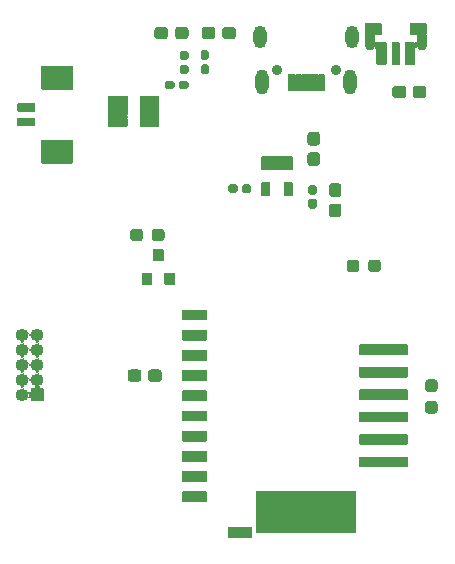
<source format=gbr>
G04 #@! TF.GenerationSoftware,KiCad,Pcbnew,(5.1.8-0-10_14)*
G04 #@! TF.CreationDate,2021-02-03T00:58:45+08:00*
G04 #@! TF.ProjectId,mops-out,6d6f7073-2d6f-4757-942e-6b696361645f,rev?*
G04 #@! TF.SameCoordinates,Original*
G04 #@! TF.FileFunction,Soldermask,Top*
G04 #@! TF.FilePolarity,Negative*
%FSLAX46Y46*%
G04 Gerber Fmt 4.6, Leading zero omitted, Abs format (unit mm)*
G04 Created by KiCad (PCBNEW (5.1.8-0-10_14)) date 2021-02-03 00:58:45*
%MOMM*%
%LPD*%
G01*
G04 APERTURE LIST*
%ADD10C,0.902000*%
%ADD11O,1.102000X1.902000*%
%ADD12O,1.102000X2.102000*%
%ADD13O,1.102000X1.102000*%
%ADD14O,0.864000X1.626000*%
%ADD15C,0.100000*%
G04 APERTURE END LIST*
D10*
X134900000Y-51000000D03*
X139900000Y-51000000D03*
D11*
X133525000Y-48250000D03*
X141275000Y-48250000D03*
D12*
X133675000Y-52050000D03*
X141125000Y-52050000D03*
G36*
G01*
X136376000Y-51450000D02*
X136376000Y-52750000D01*
G75*
G02*
X136325000Y-52801000I-51000J0D01*
G01*
X135875000Y-52801000D01*
G75*
G02*
X135824000Y-52750000I0J51000D01*
G01*
X135824000Y-51450000D01*
G75*
G02*
X135875000Y-51399000I51000J0D01*
G01*
X136325000Y-51399000D01*
G75*
G02*
X136376000Y-51450000I0J-51000D01*
G01*
G37*
G36*
G01*
X137026000Y-51450000D02*
X137026000Y-52750000D01*
G75*
G02*
X136975000Y-52801000I-51000J0D01*
G01*
X136525000Y-52801000D01*
G75*
G02*
X136474000Y-52750000I0J51000D01*
G01*
X136474000Y-51450000D01*
G75*
G02*
X136525000Y-51399000I51000J0D01*
G01*
X136975000Y-51399000D01*
G75*
G02*
X137026000Y-51450000I0J-51000D01*
G01*
G37*
G36*
G01*
X137676000Y-51450000D02*
X137676000Y-52750000D01*
G75*
G02*
X137625000Y-52801000I-51000J0D01*
G01*
X137175000Y-52801000D01*
G75*
G02*
X137124000Y-52750000I0J51000D01*
G01*
X137124000Y-51450000D01*
G75*
G02*
X137175000Y-51399000I51000J0D01*
G01*
X137625000Y-51399000D01*
G75*
G02*
X137676000Y-51450000I0J-51000D01*
G01*
G37*
G36*
G01*
X138326000Y-51450000D02*
X138326000Y-52750000D01*
G75*
G02*
X138275000Y-52801000I-51000J0D01*
G01*
X137825000Y-52801000D01*
G75*
G02*
X137774000Y-52750000I0J51000D01*
G01*
X137774000Y-51450000D01*
G75*
G02*
X137825000Y-51399000I51000J0D01*
G01*
X138275000Y-51399000D01*
G75*
G02*
X138326000Y-51450000I0J-51000D01*
G01*
G37*
G36*
G01*
X138976000Y-51450000D02*
X138976000Y-52750000D01*
G75*
G02*
X138925000Y-52801000I-51000J0D01*
G01*
X138475000Y-52801000D01*
G75*
G02*
X138424000Y-52750000I0J51000D01*
G01*
X138424000Y-51450000D01*
G75*
G02*
X138475000Y-51399000I51000J0D01*
G01*
X138925000Y-51399000D01*
G75*
G02*
X138976000Y-51450000I0J-51000D01*
G01*
G37*
G36*
G01*
X124334000Y-65263000D02*
X124334000Y-64737000D01*
G75*
G02*
X124597000Y-64474000I263000J0D01*
G01*
X125148000Y-64474000D01*
G75*
G02*
X125411000Y-64737000I0J-263000D01*
G01*
X125411000Y-65263000D01*
G75*
G02*
X125148000Y-65526000I-263000J0D01*
G01*
X124597000Y-65526000D01*
G75*
G02*
X124334000Y-65263000I0J263000D01*
G01*
G37*
G36*
G01*
X122509000Y-65263000D02*
X122509000Y-64737000D01*
G75*
G02*
X122772000Y-64474000I263000J0D01*
G01*
X123323000Y-64474000D01*
G75*
G02*
X123586000Y-64737000I0J-263000D01*
G01*
X123586000Y-65263000D01*
G75*
G02*
X123323000Y-65526000I-263000J0D01*
G01*
X122772000Y-65526000D01*
G75*
G02*
X122509000Y-65263000I0J263000D01*
G01*
G37*
G36*
G01*
X142654000Y-67883000D02*
X142654000Y-67357000D01*
G75*
G02*
X142917000Y-67094000I263000J0D01*
G01*
X143468000Y-67094000D01*
G75*
G02*
X143731000Y-67357000I0J-263000D01*
G01*
X143731000Y-67883000D01*
G75*
G02*
X143468000Y-68146000I-263000J0D01*
G01*
X142917000Y-68146000D01*
G75*
G02*
X142654000Y-67883000I0J263000D01*
G01*
G37*
G36*
G01*
X140829000Y-67883000D02*
X140829000Y-67357000D01*
G75*
G02*
X141092000Y-67094000I263000J0D01*
G01*
X141643000Y-67094000D01*
G75*
G02*
X141906000Y-67357000I0J-263000D01*
G01*
X141906000Y-67883000D01*
G75*
G02*
X141643000Y-68146000I-263000J0D01*
G01*
X141092000Y-68146000D01*
G75*
G02*
X140829000Y-67883000I0J263000D01*
G01*
G37*
G36*
G01*
X147737000Y-79054000D02*
X148263000Y-79054000D01*
G75*
G02*
X148526000Y-79317000I0J-263000D01*
G01*
X148526000Y-79868000D01*
G75*
G02*
X148263000Y-80131000I-263000J0D01*
G01*
X147737000Y-80131000D01*
G75*
G02*
X147474000Y-79868000I0J263000D01*
G01*
X147474000Y-79317000D01*
G75*
G02*
X147737000Y-79054000I263000J0D01*
G01*
G37*
G36*
G01*
X147737000Y-77229000D02*
X148263000Y-77229000D01*
G75*
G02*
X148526000Y-77492000I0J-263000D01*
G01*
X148526000Y-78043000D01*
G75*
G02*
X148263000Y-78306000I-263000J0D01*
G01*
X147737000Y-78306000D01*
G75*
G02*
X147474000Y-78043000I0J263000D01*
G01*
X147474000Y-77492000D01*
G75*
G02*
X147737000Y-77229000I263000J0D01*
G01*
G37*
G36*
G01*
X129015500Y-50171000D02*
X128644500Y-50171000D01*
G75*
G02*
X128459000Y-49985500I0J185500D01*
G01*
X128459000Y-49539500D01*
G75*
G02*
X128644500Y-49354000I185500J0D01*
G01*
X129015500Y-49354000D01*
G75*
G02*
X129201000Y-49539500I0J-185500D01*
G01*
X129201000Y-49985500D01*
G75*
G02*
X129015500Y-50171000I-185500J0D01*
G01*
G37*
G36*
G01*
X129015500Y-51366000D02*
X128644500Y-51366000D01*
G75*
G02*
X128459000Y-51180500I0J185500D01*
G01*
X128459000Y-50734500D01*
G75*
G02*
X128644500Y-50549000I185500J0D01*
G01*
X129015500Y-50549000D01*
G75*
G02*
X129201000Y-50734500I0J-185500D01*
G01*
X129201000Y-51180500D01*
G75*
G02*
X129015500Y-51366000I-185500J0D01*
G01*
G37*
G36*
G01*
X126261000Y-52104500D02*
X126261000Y-52475500D01*
G75*
G02*
X126075500Y-52661000I-185500J0D01*
G01*
X125629500Y-52661000D01*
G75*
G02*
X125444000Y-52475500I0J185500D01*
G01*
X125444000Y-52104500D01*
G75*
G02*
X125629500Y-51919000I185500J0D01*
G01*
X126075500Y-51919000D01*
G75*
G02*
X126261000Y-52104500I0J-185500D01*
G01*
G37*
G36*
G01*
X127456000Y-52104500D02*
X127456000Y-52475500D01*
G75*
G02*
X127270500Y-52661000I-185500J0D01*
G01*
X126824500Y-52661000D01*
G75*
G02*
X126639000Y-52475500I0J185500D01*
G01*
X126639000Y-52104500D01*
G75*
G02*
X126824500Y-51919000I185500J0D01*
G01*
X127270500Y-51919000D01*
G75*
G02*
X127456000Y-52104500I0J-185500D01*
G01*
G37*
G36*
G01*
X126894500Y-50579000D02*
X127265500Y-50579000D01*
G75*
G02*
X127451000Y-50764500I0J-185500D01*
G01*
X127451000Y-51210500D01*
G75*
G02*
X127265500Y-51396000I-185500J0D01*
G01*
X126894500Y-51396000D01*
G75*
G02*
X126709000Y-51210500I0J185500D01*
G01*
X126709000Y-50764500D01*
G75*
G02*
X126894500Y-50579000I185500J0D01*
G01*
G37*
G36*
G01*
X126894500Y-49384000D02*
X127265500Y-49384000D01*
G75*
G02*
X127451000Y-49569500I0J-185500D01*
G01*
X127451000Y-50015500D01*
G75*
G02*
X127265500Y-50201000I-185500J0D01*
G01*
X126894500Y-50201000D01*
G75*
G02*
X126709000Y-50015500I0J185500D01*
G01*
X126709000Y-49569500D01*
G75*
G02*
X126894500Y-49384000I185500J0D01*
G01*
G37*
G36*
G01*
X125290000Y-67211000D02*
X124490000Y-67211000D01*
G75*
G02*
X124439000Y-67160000I0J51000D01*
G01*
X124439000Y-66260000D01*
G75*
G02*
X124490000Y-66209000I51000J0D01*
G01*
X125290000Y-66209000D01*
G75*
G02*
X125341000Y-66260000I0J-51000D01*
G01*
X125341000Y-67160000D01*
G75*
G02*
X125290000Y-67211000I-51000J0D01*
G01*
G37*
G36*
G01*
X126240000Y-69211000D02*
X125440000Y-69211000D01*
G75*
G02*
X125389000Y-69160000I0J51000D01*
G01*
X125389000Y-68260000D01*
G75*
G02*
X125440000Y-68209000I51000J0D01*
G01*
X126240000Y-68209000D01*
G75*
G02*
X126291000Y-68260000I0J-51000D01*
G01*
X126291000Y-69160000D01*
G75*
G02*
X126240000Y-69211000I-51000J0D01*
G01*
G37*
G36*
G01*
X124340000Y-69211000D02*
X123540000Y-69211000D01*
G75*
G02*
X123489000Y-69160000I0J51000D01*
G01*
X123489000Y-68260000D01*
G75*
G02*
X123540000Y-68209000I51000J0D01*
G01*
X124340000Y-68209000D01*
G75*
G02*
X124391000Y-68260000I0J-51000D01*
G01*
X124391000Y-69160000D01*
G75*
G02*
X124340000Y-69211000I-51000J0D01*
G01*
G37*
G36*
G01*
X129701000Y-47637000D02*
X129701000Y-48163000D01*
G75*
G02*
X129438000Y-48426000I-263000J0D01*
G01*
X128812000Y-48426000D01*
G75*
G02*
X128549000Y-48163000I0J263000D01*
G01*
X128549000Y-47637000D01*
G75*
G02*
X128812000Y-47374000I263000J0D01*
G01*
X129438000Y-47374000D01*
G75*
G02*
X129701000Y-47637000I0J-263000D01*
G01*
G37*
G36*
G01*
X131451000Y-47637000D02*
X131451000Y-48163000D01*
G75*
G02*
X131188000Y-48426000I-263000J0D01*
G01*
X130562000Y-48426000D01*
G75*
G02*
X130299000Y-48163000I0J263000D01*
G01*
X130299000Y-47637000D01*
G75*
G02*
X130562000Y-47374000I263000J0D01*
G01*
X131188000Y-47374000D01*
G75*
G02*
X131451000Y-47637000I0J-263000D01*
G01*
G37*
G36*
G01*
X126299000Y-48163000D02*
X126299000Y-47637000D01*
G75*
G02*
X126562000Y-47374000I263000J0D01*
G01*
X127188000Y-47374000D01*
G75*
G02*
X127451000Y-47637000I0J-263000D01*
G01*
X127451000Y-48163000D01*
G75*
G02*
X127188000Y-48426000I-263000J0D01*
G01*
X126562000Y-48426000D01*
G75*
G02*
X126299000Y-48163000I0J263000D01*
G01*
G37*
G36*
G01*
X124549000Y-48163000D02*
X124549000Y-47637000D01*
G75*
G02*
X124812000Y-47374000I263000J0D01*
G01*
X125438000Y-47374000D01*
G75*
G02*
X125701000Y-47637000I0J-263000D01*
G01*
X125701000Y-48163000D01*
G75*
G02*
X125438000Y-48426000I-263000J0D01*
G01*
X124812000Y-48426000D01*
G75*
G02*
X124549000Y-48163000I0J263000D01*
G01*
G37*
G36*
G01*
X124004000Y-77173000D02*
X124004000Y-76647000D01*
G75*
G02*
X124267000Y-76384000I263000J0D01*
G01*
X124918000Y-76384000D01*
G75*
G02*
X125181000Y-76647000I0J-263000D01*
G01*
X125181000Y-77173000D01*
G75*
G02*
X124918000Y-77436000I-263000J0D01*
G01*
X124267000Y-77436000D01*
G75*
G02*
X124004000Y-77173000I0J263000D01*
G01*
G37*
G36*
G01*
X122279000Y-77173000D02*
X122279000Y-76647000D01*
G75*
G02*
X122542000Y-76384000I263000J0D01*
G01*
X123193000Y-76384000D01*
G75*
G02*
X123456000Y-76647000I0J-263000D01*
G01*
X123456000Y-77173000D01*
G75*
G02*
X123193000Y-77436000I-263000J0D01*
G01*
X122542000Y-77436000D01*
G75*
G02*
X122279000Y-77173000I0J263000D01*
G01*
G37*
G36*
G01*
X146414000Y-53153000D02*
X146414000Y-52627000D01*
G75*
G02*
X146677000Y-52364000I263000J0D01*
G01*
X147328000Y-52364000D01*
G75*
G02*
X147591000Y-52627000I0J-263000D01*
G01*
X147591000Y-53153000D01*
G75*
G02*
X147328000Y-53416000I-263000J0D01*
G01*
X146677000Y-53416000D01*
G75*
G02*
X146414000Y-53153000I0J263000D01*
G01*
G37*
G36*
G01*
X144689000Y-53153000D02*
X144689000Y-52627000D01*
G75*
G02*
X144952000Y-52364000I263000J0D01*
G01*
X145603000Y-52364000D01*
G75*
G02*
X145866000Y-52627000I0J-263000D01*
G01*
X145866000Y-53153000D01*
G75*
G02*
X145603000Y-53416000I-263000J0D01*
G01*
X144952000Y-53416000D01*
G75*
G02*
X144689000Y-53153000I0J263000D01*
G01*
G37*
G36*
G01*
X138303000Y-57436000D02*
X137777000Y-57436000D01*
G75*
G02*
X137514000Y-57173000I0J263000D01*
G01*
X137514000Y-56522000D01*
G75*
G02*
X137777000Y-56259000I263000J0D01*
G01*
X138303000Y-56259000D01*
G75*
G02*
X138566000Y-56522000I0J-263000D01*
G01*
X138566000Y-57173000D01*
G75*
G02*
X138303000Y-57436000I-263000J0D01*
G01*
G37*
G36*
G01*
X138303000Y-59161000D02*
X137777000Y-59161000D01*
G75*
G02*
X137514000Y-58898000I0J263000D01*
G01*
X137514000Y-58247000D01*
G75*
G02*
X137777000Y-57984000I263000J0D01*
G01*
X138303000Y-57984000D01*
G75*
G02*
X138566000Y-58247000I0J-263000D01*
G01*
X138566000Y-58898000D01*
G75*
G02*
X138303000Y-59161000I-263000J0D01*
G01*
G37*
G36*
G01*
X131638500Y-60899500D02*
X131638500Y-61260500D01*
G75*
G02*
X131458000Y-61441000I-180500J0D01*
G01*
X130982000Y-61441000D01*
G75*
G02*
X130801500Y-61260500I0J180500D01*
G01*
X130801500Y-60899500D01*
G75*
G02*
X130982000Y-60719000I180500J0D01*
G01*
X131458000Y-60719000D01*
G75*
G02*
X131638500Y-60899500I0J-180500D01*
G01*
G37*
G36*
G01*
X132773500Y-60899500D02*
X132773500Y-61260500D01*
G75*
G02*
X132593000Y-61441000I-180500J0D01*
G01*
X132117000Y-61441000D01*
G75*
G02*
X131936500Y-61260500I0J180500D01*
G01*
X131936500Y-60899500D01*
G75*
G02*
X132117000Y-60719000I180500J0D01*
G01*
X132593000Y-60719000D01*
G75*
G02*
X132773500Y-60899500I0J-180500D01*
G01*
G37*
G36*
G01*
X139597000Y-62334000D02*
X140123000Y-62334000D01*
G75*
G02*
X140386000Y-62597000I0J-263000D01*
G01*
X140386000Y-63248000D01*
G75*
G02*
X140123000Y-63511000I-263000J0D01*
G01*
X139597000Y-63511000D01*
G75*
G02*
X139334000Y-63248000I0J263000D01*
G01*
X139334000Y-62597000D01*
G75*
G02*
X139597000Y-62334000I263000J0D01*
G01*
G37*
G36*
G01*
X139597000Y-60609000D02*
X140123000Y-60609000D01*
G75*
G02*
X140386000Y-60872000I0J-263000D01*
G01*
X140386000Y-61523000D01*
G75*
G02*
X140123000Y-61786000I-263000J0D01*
G01*
X139597000Y-61786000D01*
G75*
G02*
X139334000Y-61523000I0J263000D01*
G01*
X139334000Y-60872000D01*
G75*
G02*
X139597000Y-60609000I263000J0D01*
G01*
G37*
G36*
G01*
X137759500Y-61919000D02*
X138120500Y-61919000D01*
G75*
G02*
X138301000Y-62099500I0J-180500D01*
G01*
X138301000Y-62575500D01*
G75*
G02*
X138120500Y-62756000I-180500J0D01*
G01*
X137759500Y-62756000D01*
G75*
G02*
X137579000Y-62575500I0J180500D01*
G01*
X137579000Y-62099500D01*
G75*
G02*
X137759500Y-61919000I180500J0D01*
G01*
G37*
G36*
G01*
X137759500Y-60784000D02*
X138120500Y-60784000D01*
G75*
G02*
X138301000Y-60964500I0J-180500D01*
G01*
X138301000Y-61440500D01*
G75*
G02*
X138120500Y-61621000I-180500J0D01*
G01*
X137759500Y-61621000D01*
G75*
G02*
X137579000Y-61440500I0J180500D01*
G01*
X137579000Y-60964500D01*
G75*
G02*
X137759500Y-60784000I180500J0D01*
G01*
G37*
G36*
G01*
X117618732Y-58945909D02*
X115018738Y-58945909D01*
G75*
G02*
X114967738Y-58894909I0J51000D01*
G01*
X114967738Y-56994913D01*
G75*
G02*
X115018738Y-56943913I51000J0D01*
G01*
X117618732Y-56943913D01*
G75*
G02*
X117669732Y-56994913I0J-51000D01*
G01*
X117669732Y-58894909D01*
G75*
G02*
X117618732Y-58945909I-51000J0D01*
G01*
G37*
G36*
G01*
X117618732Y-52695985D02*
X115018738Y-52695985D01*
G75*
G02*
X114967738Y-52644985I0J51000D01*
G01*
X114967738Y-50744989D01*
G75*
G02*
X115018738Y-50693989I51000J0D01*
G01*
X117618732Y-50693989D01*
G75*
G02*
X117669732Y-50744989I0J-51000D01*
G01*
X117669732Y-52644985D01*
G75*
G02*
X117618732Y-52695985I-51000J0D01*
G01*
G37*
G36*
G01*
X114401264Y-54546108D02*
X113001266Y-54546108D01*
G75*
G02*
X112950267Y-54495109I0J50999D01*
G01*
X112950267Y-53895109D01*
G75*
G02*
X113001266Y-53844110I50999J0D01*
G01*
X114401264Y-53844110D01*
G75*
G02*
X114452263Y-53895109I0J-50999D01*
G01*
X114452263Y-54495109D01*
G75*
G02*
X114401264Y-54546108I-50999J0D01*
G01*
G37*
G36*
G01*
X114401264Y-55796042D02*
X113001266Y-55796042D01*
G75*
G02*
X112950267Y-55745043I0J50999D01*
G01*
X112950267Y-55145043D01*
G75*
G02*
X113001266Y-55094044I50999J0D01*
G01*
X114401264Y-55094044D01*
G75*
G02*
X114452263Y-55145043I0J-50999D01*
G01*
X114452263Y-55745043D01*
G75*
G02*
X114401264Y-55796042I-50999J0D01*
G01*
G37*
G36*
G01*
X135554999Y-60549000D02*
X136205001Y-60549000D01*
G75*
G02*
X136256000Y-60599999I0J-50999D01*
G01*
X136256000Y-61660001D01*
G75*
G02*
X136205001Y-61711000I-50999J0D01*
G01*
X135554999Y-61711000D01*
G75*
G02*
X135504000Y-61660001I0J50999D01*
G01*
X135504000Y-60599999D01*
G75*
G02*
X135554999Y-60549000I50999J0D01*
G01*
G37*
G36*
G01*
X133654999Y-60549000D02*
X134305001Y-60549000D01*
G75*
G02*
X134356000Y-60599999I0J-50999D01*
G01*
X134356000Y-61660001D01*
G75*
G02*
X134305001Y-61711000I-50999J0D01*
G01*
X133654999Y-61711000D01*
G75*
G02*
X133604000Y-61660001I0J50999D01*
G01*
X133604000Y-60599999D01*
G75*
G02*
X133654999Y-60549000I50999J0D01*
G01*
G37*
G36*
G01*
X133654999Y-58349000D02*
X134305001Y-58349000D01*
G75*
G02*
X134356000Y-58399999I0J-50999D01*
G01*
X134356000Y-59460001D01*
G75*
G02*
X134305001Y-59511000I-50999J0D01*
G01*
X133654999Y-59511000D01*
G75*
G02*
X133604000Y-59460001I0J50999D01*
G01*
X133604000Y-58399999D01*
G75*
G02*
X133654999Y-58349000I50999J0D01*
G01*
G37*
G36*
G01*
X134604999Y-58349000D02*
X135255001Y-58349000D01*
G75*
G02*
X135306000Y-58399999I0J-50999D01*
G01*
X135306000Y-59460001D01*
G75*
G02*
X135255001Y-59511000I-50999J0D01*
G01*
X134604999Y-59511000D01*
G75*
G02*
X134554000Y-59460001I0J50999D01*
G01*
X134554000Y-58399999D01*
G75*
G02*
X134604999Y-58349000I50999J0D01*
G01*
G37*
G36*
G01*
X135554999Y-58349000D02*
X136205001Y-58349000D01*
G75*
G02*
X136256000Y-58399999I0J-50999D01*
G01*
X136256000Y-59460001D01*
G75*
G02*
X136205001Y-59511000I-50999J0D01*
G01*
X135554999Y-59511000D01*
G75*
G02*
X135504000Y-59460001I0J50999D01*
G01*
X135504000Y-58399999D01*
G75*
G02*
X135554999Y-58349000I50999J0D01*
G01*
G37*
G36*
G01*
X123319000Y-54845001D02*
X123319000Y-54194999D01*
G75*
G02*
X123369999Y-54144000I50999J0D01*
G01*
X124930001Y-54144000D01*
G75*
G02*
X124981000Y-54194999I0J-50999D01*
G01*
X124981000Y-54845001D01*
G75*
G02*
X124930001Y-54896000I-50999J0D01*
G01*
X123369999Y-54896000D01*
G75*
G02*
X123319000Y-54845001I0J50999D01*
G01*
G37*
G36*
G01*
X123319000Y-53895001D02*
X123319000Y-53244999D01*
G75*
G02*
X123369999Y-53194000I50999J0D01*
G01*
X124930001Y-53194000D01*
G75*
G02*
X124981000Y-53244999I0J-50999D01*
G01*
X124981000Y-53895001D01*
G75*
G02*
X124930001Y-53946000I-50999J0D01*
G01*
X123369999Y-53946000D01*
G75*
G02*
X123319000Y-53895001I0J50999D01*
G01*
G37*
G36*
G01*
X123319000Y-55795001D02*
X123319000Y-55144999D01*
G75*
G02*
X123369999Y-55094000I50999J0D01*
G01*
X124930001Y-55094000D01*
G75*
G02*
X124981000Y-55144999I0J-50999D01*
G01*
X124981000Y-55795001D01*
G75*
G02*
X124930001Y-55846000I-50999J0D01*
G01*
X123369999Y-55846000D01*
G75*
G02*
X123319000Y-55795001I0J50999D01*
G01*
G37*
G36*
G01*
X120619000Y-55795001D02*
X120619000Y-55144999D01*
G75*
G02*
X120669999Y-55094000I50999J0D01*
G01*
X122230001Y-55094000D01*
G75*
G02*
X122281000Y-55144999I0J-50999D01*
G01*
X122281000Y-55795001D01*
G75*
G02*
X122230001Y-55846000I-50999J0D01*
G01*
X120669999Y-55846000D01*
G75*
G02*
X120619000Y-55795001I0J50999D01*
G01*
G37*
G36*
G01*
X120619000Y-54845001D02*
X120619000Y-54194999D01*
G75*
G02*
X120669999Y-54144000I50999J0D01*
G01*
X122230001Y-54144000D01*
G75*
G02*
X122281000Y-54194999I0J-50999D01*
G01*
X122281000Y-54845001D01*
G75*
G02*
X122230001Y-54896000I-50999J0D01*
G01*
X120669999Y-54896000D01*
G75*
G02*
X120619000Y-54845001I0J50999D01*
G01*
G37*
G36*
G01*
X120619000Y-53895001D02*
X120619000Y-53244999D01*
G75*
G02*
X120669999Y-53194000I50999J0D01*
G01*
X122230001Y-53194000D01*
G75*
G02*
X122281000Y-53244999I0J-50999D01*
G01*
X122281000Y-53895001D01*
G75*
G02*
X122230001Y-53946000I-50999J0D01*
G01*
X120669999Y-53946000D01*
G75*
G02*
X120619000Y-53895001I0J50999D01*
G01*
G37*
G36*
G01*
X141651067Y-86715177D02*
X141651067Y-90215043D01*
G75*
G02*
X141600067Y-90266043I-51000J0D01*
G01*
X133200033Y-90266043D01*
G75*
G02*
X133149033Y-90215043I0J51000D01*
G01*
X133149033Y-86715177D01*
G75*
G02*
X133200033Y-86664177I51000J0D01*
G01*
X141600067Y-86664177D01*
G75*
G02*
X141651067Y-86715177I0J-51000D01*
G01*
G37*
G36*
G01*
X132851110Y-89814866D02*
X132851110Y-90614966D01*
G75*
G02*
X132800110Y-90665966I-51000J0D01*
G01*
X130800114Y-90665966D01*
G75*
G02*
X130749114Y-90614966I0J51000D01*
G01*
X130749114Y-89814866D01*
G75*
G02*
X130800114Y-89763866I51000J0D01*
G01*
X132800110Y-89763866D01*
G75*
G02*
X132851110Y-89814866I0J-51000D01*
G01*
G37*
G36*
G01*
X146000944Y-83815132D02*
X146000944Y-84615232D01*
G75*
G02*
X145949944Y-84666232I-51000J0D01*
G01*
X141949952Y-84666232D01*
G75*
G02*
X141898952Y-84615232I0J51000D01*
G01*
X141898952Y-83815132D01*
G75*
G02*
X141949952Y-83764132I51000J0D01*
G01*
X145949944Y-83764132D01*
G75*
G02*
X146000944Y-83815132I0J-51000D01*
G01*
G37*
G36*
G01*
X146000944Y-81914958D02*
X146000944Y-82715058D01*
G75*
G02*
X145949944Y-82766058I-51000J0D01*
G01*
X141949952Y-82766058D01*
G75*
G02*
X141898952Y-82715058I0J51000D01*
G01*
X141898952Y-81914958D01*
G75*
G02*
X141949952Y-81863958I51000J0D01*
G01*
X145949944Y-81863958D01*
G75*
G02*
X146000944Y-81914958I0J-51000D01*
G01*
G37*
G36*
G01*
X146000944Y-80015038D02*
X146000944Y-80815138D01*
G75*
G02*
X145949944Y-80866138I-51000J0D01*
G01*
X141949952Y-80866138D01*
G75*
G02*
X141898952Y-80815138I0J51000D01*
G01*
X141898952Y-80015038D01*
G75*
G02*
X141949952Y-79964038I51000J0D01*
G01*
X145949944Y-79964038D01*
G75*
G02*
X146000944Y-80015038I0J-51000D01*
G01*
G37*
G36*
G01*
X146000944Y-78115118D02*
X146000944Y-78915218D01*
G75*
G02*
X145949944Y-78966218I-51000J0D01*
G01*
X141949952Y-78966218D01*
G75*
G02*
X141898952Y-78915218I0J51000D01*
G01*
X141898952Y-78115118D01*
G75*
G02*
X141949952Y-78064118I51000J0D01*
G01*
X145949944Y-78064118D01*
G75*
G02*
X146000944Y-78115118I0J-51000D01*
G01*
G37*
G36*
G01*
X146000944Y-76214944D02*
X146000944Y-77015044D01*
G75*
G02*
X145949944Y-77066044I-51000J0D01*
G01*
X141949952Y-77066044D01*
G75*
G02*
X141898952Y-77015044I0J51000D01*
G01*
X141898952Y-76214944D01*
G75*
G02*
X141949952Y-76163944I51000J0D01*
G01*
X145949944Y-76163944D01*
G75*
G02*
X146000944Y-76214944I0J-51000D01*
G01*
G37*
G36*
G01*
X146000944Y-74315024D02*
X146000944Y-75115124D01*
G75*
G02*
X145949944Y-75166124I-51000J0D01*
G01*
X141949952Y-75166124D01*
G75*
G02*
X141898952Y-75115124I0J51000D01*
G01*
X141898952Y-74315024D01*
G75*
G02*
X141949952Y-74264024I51000J0D01*
G01*
X145949944Y-74264024D01*
G75*
G02*
X146000944Y-74315024I0J-51000D01*
G01*
G37*
G36*
G01*
X129000978Y-71374974D02*
X129000978Y-72175074D01*
G75*
G02*
X128949978Y-72226074I-51000J0D01*
G01*
X126949982Y-72226074D01*
G75*
G02*
X126898982Y-72175074I0J51000D01*
G01*
X126898982Y-71374974D01*
G75*
G02*
X126949982Y-71323974I51000J0D01*
G01*
X128949978Y-71323974D01*
G75*
G02*
X129000978Y-71374974I0J-51000D01*
G01*
G37*
G36*
G01*
X129000978Y-73084902D02*
X129000978Y-73885002D01*
G75*
G02*
X128949978Y-73936002I-51000J0D01*
G01*
X126949982Y-73936002D01*
G75*
G02*
X126898982Y-73885002I0J51000D01*
G01*
X126898982Y-73084902D01*
G75*
G02*
X126949982Y-73033902I51000J0D01*
G01*
X128949978Y-73033902D01*
G75*
G02*
X129000978Y-73084902I0J-51000D01*
G01*
G37*
G36*
G01*
X129000978Y-74795084D02*
X129000978Y-75595184D01*
G75*
G02*
X128949978Y-75646184I-51000J0D01*
G01*
X126949982Y-75646184D01*
G75*
G02*
X126898982Y-75595184I0J51000D01*
G01*
X126898982Y-74795084D01*
G75*
G02*
X126949982Y-74744084I51000J0D01*
G01*
X128949978Y-74744084D01*
G75*
G02*
X129000978Y-74795084I0J-51000D01*
G01*
G37*
G36*
G01*
X129000978Y-76505012D02*
X129000978Y-77305112D01*
G75*
G02*
X128949978Y-77356112I-51000J0D01*
G01*
X126949982Y-77356112D01*
G75*
G02*
X126898982Y-77305112I0J51000D01*
G01*
X126898982Y-76505012D01*
G75*
G02*
X126949982Y-76454012I51000J0D01*
G01*
X128949978Y-76454012D01*
G75*
G02*
X129000978Y-76505012I0J-51000D01*
G01*
G37*
G36*
G01*
X129000978Y-78214940D02*
X129000978Y-79015040D01*
G75*
G02*
X128949978Y-79066040I-51000J0D01*
G01*
X126949982Y-79066040D01*
G75*
G02*
X126898982Y-79015040I0J51000D01*
G01*
X126898982Y-78214940D01*
G75*
G02*
X126949982Y-78163940I51000J0D01*
G01*
X128949978Y-78163940D01*
G75*
G02*
X129000978Y-78214940I0J-51000D01*
G01*
G37*
G36*
G01*
X129000978Y-79925122D02*
X129000978Y-80725222D01*
G75*
G02*
X128949978Y-80776222I-51000J0D01*
G01*
X126949982Y-80776222D01*
G75*
G02*
X126898982Y-80725222I0J51000D01*
G01*
X126898982Y-79925122D01*
G75*
G02*
X126949982Y-79874122I51000J0D01*
G01*
X128949978Y-79874122D01*
G75*
G02*
X129000978Y-79925122I0J-51000D01*
G01*
G37*
G36*
G01*
X129000978Y-81635050D02*
X129000978Y-82435150D01*
G75*
G02*
X128949978Y-82486150I-51000J0D01*
G01*
X126949982Y-82486150D01*
G75*
G02*
X126898982Y-82435150I0J51000D01*
G01*
X126898982Y-81635050D01*
G75*
G02*
X126949982Y-81584050I51000J0D01*
G01*
X128949978Y-81584050D01*
G75*
G02*
X129000978Y-81635050I0J-51000D01*
G01*
G37*
G36*
G01*
X129000978Y-83344978D02*
X129000978Y-84145078D01*
G75*
G02*
X128949978Y-84196078I-51000J0D01*
G01*
X126949982Y-84196078D01*
G75*
G02*
X126898982Y-84145078I0J51000D01*
G01*
X126898982Y-83344978D01*
G75*
G02*
X126949982Y-83293978I51000J0D01*
G01*
X128949978Y-83293978D01*
G75*
G02*
X129000978Y-83344978I0J-51000D01*
G01*
G37*
G36*
G01*
X129000978Y-85054906D02*
X129000978Y-85855006D01*
G75*
G02*
X128949978Y-85906006I-51000J0D01*
G01*
X126949982Y-85906006D01*
G75*
G02*
X126898982Y-85855006I0J51000D01*
G01*
X126898982Y-85054906D01*
G75*
G02*
X126949982Y-85003906I51000J0D01*
G01*
X128949978Y-85003906D01*
G75*
G02*
X129000978Y-85054906I0J-51000D01*
G01*
G37*
G36*
G01*
X129000978Y-86765088D02*
X129000978Y-87565188D01*
G75*
G02*
X128949978Y-87616188I-51000J0D01*
G01*
X126949982Y-87616188D01*
G75*
G02*
X126898982Y-87565188I0J51000D01*
G01*
X126898982Y-86765088D01*
G75*
G02*
X126949982Y-86714088I51000J0D01*
G01*
X128949978Y-86714088D01*
G75*
G02*
X129000978Y-86765088I0J-51000D01*
G01*
G37*
D13*
X114635000Y-73460000D03*
X113365000Y-73460000D03*
X114635000Y-74730000D03*
X113365000Y-74730000D03*
X114635000Y-76000000D03*
X113365000Y-76000000D03*
X114635000Y-77270000D03*
X113365000Y-77270000D03*
X113365000Y-78540000D03*
G36*
G01*
X115186000Y-78040000D02*
X115186000Y-79040000D01*
G75*
G02*
X115135000Y-79091000I-51000J0D01*
G01*
X114135000Y-79091000D01*
G75*
G02*
X114084000Y-79040000I0J51000D01*
G01*
X114084000Y-78040000D01*
G75*
G02*
X114135000Y-77989000I51000J0D01*
G01*
X115135000Y-77989000D01*
G75*
G02*
X115186000Y-78040000I0J-51000D01*
G01*
G37*
D14*
X142800106Y-48600000D03*
X147199894Y-48600000D03*
G36*
G01*
X142446272Y-47058109D02*
X143746268Y-47058109D01*
G75*
G02*
X143797268Y-47109109I0J-51000D01*
G01*
X143797268Y-48009107D01*
G75*
G02*
X143746268Y-48060107I-51000J0D01*
G01*
X142446272Y-48060107D01*
G75*
G02*
X142395272Y-48009107I0J51000D01*
G01*
X142395272Y-47109109D01*
G75*
G02*
X142446272Y-47058109I51000J0D01*
G01*
G37*
G36*
G01*
X146253732Y-47058363D02*
X147553728Y-47058363D01*
G75*
G02*
X147604728Y-47109363I0J-51000D01*
G01*
X147604728Y-48009361D01*
G75*
G02*
X147553728Y-48060361I-51000J0D01*
G01*
X146253732Y-48060361D01*
G75*
G02*
X146202732Y-48009361I0J51000D01*
G01*
X146202732Y-47109363D01*
G75*
G02*
X146253732Y-47058363I51000J0D01*
G01*
G37*
G36*
G01*
X144210361Y-48740640D02*
X144210361Y-50540636D01*
G75*
G02*
X144159361Y-50591636I-51000J0D01*
G01*
X143409351Y-50591636D01*
G75*
G02*
X143358351Y-50540636I0J51000D01*
G01*
X143358351Y-48740640D01*
G75*
G02*
X143409351Y-48689640I51000J0D01*
G01*
X144159361Y-48689640D01*
G75*
G02*
X144210361Y-48740640I0J-51000D01*
G01*
G37*
G36*
G01*
X145336242Y-48740639D02*
X145336242Y-50540637D01*
G75*
G02*
X145285243Y-50591636I-50999J0D01*
G01*
X144685293Y-50591636D01*
G75*
G02*
X144634294Y-50540637I0J50999D01*
G01*
X144634294Y-48740639D01*
G75*
G02*
X144685293Y-48689640I50999J0D01*
G01*
X145285243Y-48689640D01*
G75*
G02*
X145336242Y-48740639I0J-50999D01*
G01*
G37*
G36*
G01*
X146612185Y-48740640D02*
X146612185Y-50540636D01*
G75*
G02*
X146561185Y-50591636I-51000J0D01*
G01*
X145811175Y-50591636D01*
G75*
G02*
X145760175Y-50540636I0J51000D01*
G01*
X145760175Y-48740640D01*
G75*
G02*
X145811175Y-48689640I51000J0D01*
G01*
X146561185Y-48689640D01*
G75*
G02*
X146612185Y-48740640I0J-51000D01*
G01*
G37*
D15*
G36*
X114085165Y-78216452D02*
G01*
X114086000Y-78218078D01*
X114086000Y-78861922D01*
X114085000Y-78863654D01*
X114083000Y-78863654D01*
X114082010Y-78862118D01*
X114079628Y-78837931D01*
X114072628Y-78814856D01*
X114061263Y-78793592D01*
X114045968Y-78774955D01*
X114027331Y-78759660D01*
X114006067Y-78748295D01*
X113982992Y-78741295D01*
X113959001Y-78738932D01*
X113935010Y-78741295D01*
X113911935Y-78748295D01*
X113890671Y-78759660D01*
X113872034Y-78774955D01*
X113856676Y-78793670D01*
X113853784Y-78797998D01*
X113851990Y-78798883D01*
X113850327Y-78797772D01*
X113850273Y-78796122D01*
X113890350Y-78699365D01*
X113911347Y-78593808D01*
X113911347Y-78486192D01*
X113890350Y-78380635D01*
X113850273Y-78283878D01*
X113850534Y-78281895D01*
X113852382Y-78281130D01*
X113853784Y-78282002D01*
X113856676Y-78286330D01*
X113872035Y-78305045D01*
X113890672Y-78320340D01*
X113911935Y-78331705D01*
X113935010Y-78338705D01*
X113959002Y-78341068D01*
X113982993Y-78338705D01*
X114006068Y-78331705D01*
X114027331Y-78320340D01*
X114045968Y-78305044D01*
X114061263Y-78286407D01*
X114072628Y-78265144D01*
X114079628Y-78242069D01*
X114082010Y-78217882D01*
X114083175Y-78216256D01*
X114085165Y-78216452D01*
G37*
G36*
X113537906Y-77790824D02*
G01*
X113538671Y-77792672D01*
X113537631Y-77794175D01*
X113521609Y-77802738D01*
X113502972Y-77818033D01*
X113487677Y-77836670D01*
X113476312Y-77857934D01*
X113469312Y-77881009D01*
X113466949Y-77905000D01*
X113469312Y-77928991D01*
X113476312Y-77952066D01*
X113487677Y-77973330D01*
X113502972Y-77991967D01*
X113521609Y-78007262D01*
X113537631Y-78015825D01*
X113538687Y-78017524D01*
X113537744Y-78019287D01*
X113535923Y-78019437D01*
X113524365Y-78014650D01*
X113418808Y-77993653D01*
X113311192Y-77993653D01*
X113205635Y-78014650D01*
X113194077Y-78019437D01*
X113192094Y-78019176D01*
X113191329Y-78017328D01*
X113192369Y-78015825D01*
X113208391Y-78007262D01*
X113227028Y-77991967D01*
X113242323Y-77973330D01*
X113253688Y-77952066D01*
X113260688Y-77928991D01*
X113263051Y-77905000D01*
X113260688Y-77881009D01*
X113253688Y-77857934D01*
X113242323Y-77836670D01*
X113227028Y-77818033D01*
X113208391Y-77802738D01*
X113192369Y-77794175D01*
X113191313Y-77792476D01*
X113192256Y-77790713D01*
X113194077Y-77790563D01*
X113205635Y-77795350D01*
X113311192Y-77816347D01*
X113418808Y-77816347D01*
X113524365Y-77795350D01*
X113535923Y-77790563D01*
X113537906Y-77790824D01*
G37*
G36*
X114893105Y-77755534D02*
G01*
X114893870Y-77757382D01*
X114892998Y-77758784D01*
X114888670Y-77761676D01*
X114869955Y-77777035D01*
X114854660Y-77795672D01*
X114843295Y-77816935D01*
X114836295Y-77840010D01*
X114833932Y-77864001D01*
X114836295Y-77887993D01*
X114843295Y-77911068D01*
X114854660Y-77932331D01*
X114869956Y-77950968D01*
X114888593Y-77966263D01*
X114909856Y-77977628D01*
X114932931Y-77984628D01*
X114957118Y-77987010D01*
X114958744Y-77988175D01*
X114958548Y-77990165D01*
X114956922Y-77991000D01*
X114313078Y-77991000D01*
X114311346Y-77990000D01*
X114311346Y-77988000D01*
X114312882Y-77987010D01*
X114337069Y-77984628D01*
X114360144Y-77977628D01*
X114381408Y-77966263D01*
X114400045Y-77950968D01*
X114415340Y-77932331D01*
X114426705Y-77911067D01*
X114433705Y-77887992D01*
X114436068Y-77864001D01*
X114433705Y-77840010D01*
X114426705Y-77816935D01*
X114415340Y-77795671D01*
X114400045Y-77777034D01*
X114381330Y-77761676D01*
X114377002Y-77758784D01*
X114376117Y-77756990D01*
X114377228Y-77755327D01*
X114378878Y-77755273D01*
X114475635Y-77795350D01*
X114581192Y-77816347D01*
X114688808Y-77816347D01*
X114794365Y-77795350D01*
X114891122Y-77755273D01*
X114893105Y-77755534D01*
G37*
G36*
X114114287Y-77097256D02*
G01*
X114114437Y-77099077D01*
X114109650Y-77110635D01*
X114088653Y-77216192D01*
X114088653Y-77323808D01*
X114109650Y-77429365D01*
X114114437Y-77440923D01*
X114114176Y-77442906D01*
X114112328Y-77443671D01*
X114110825Y-77442631D01*
X114102262Y-77426609D01*
X114086967Y-77407972D01*
X114068330Y-77392677D01*
X114047066Y-77381312D01*
X114023991Y-77374312D01*
X114000000Y-77371949D01*
X113976009Y-77374312D01*
X113952934Y-77381312D01*
X113931670Y-77392677D01*
X113913033Y-77407972D01*
X113897738Y-77426609D01*
X113889175Y-77442631D01*
X113887476Y-77443687D01*
X113885713Y-77442744D01*
X113885563Y-77440923D01*
X113890350Y-77429365D01*
X113911347Y-77323808D01*
X113911347Y-77216192D01*
X113890350Y-77110635D01*
X113885563Y-77099077D01*
X113885824Y-77097094D01*
X113887672Y-77096329D01*
X113889175Y-77097369D01*
X113897738Y-77113391D01*
X113913033Y-77132028D01*
X113931670Y-77147323D01*
X113952934Y-77158688D01*
X113976009Y-77165688D01*
X114000000Y-77168051D01*
X114023991Y-77165688D01*
X114047066Y-77158688D01*
X114068330Y-77147323D01*
X114086967Y-77132028D01*
X114102262Y-77113391D01*
X114110825Y-77097369D01*
X114112524Y-77096313D01*
X114114287Y-77097256D01*
G37*
G36*
X113537906Y-76520824D02*
G01*
X113538671Y-76522672D01*
X113537631Y-76524175D01*
X113521609Y-76532738D01*
X113502972Y-76548033D01*
X113487677Y-76566670D01*
X113476312Y-76587934D01*
X113469312Y-76611009D01*
X113466949Y-76635000D01*
X113469312Y-76658991D01*
X113476312Y-76682066D01*
X113487677Y-76703330D01*
X113502972Y-76721967D01*
X113521609Y-76737262D01*
X113537631Y-76745825D01*
X113538687Y-76747524D01*
X113537744Y-76749287D01*
X113535923Y-76749437D01*
X113524365Y-76744650D01*
X113418808Y-76723653D01*
X113311192Y-76723653D01*
X113205635Y-76744650D01*
X113194077Y-76749437D01*
X113192094Y-76749176D01*
X113191329Y-76747328D01*
X113192369Y-76745825D01*
X113208391Y-76737262D01*
X113227028Y-76721967D01*
X113242323Y-76703330D01*
X113253688Y-76682066D01*
X113260688Y-76658991D01*
X113263051Y-76635000D01*
X113260688Y-76611009D01*
X113253688Y-76587934D01*
X113242323Y-76566670D01*
X113227028Y-76548033D01*
X113208391Y-76532738D01*
X113192369Y-76524175D01*
X113191313Y-76522476D01*
X113192256Y-76520713D01*
X113194077Y-76520563D01*
X113205635Y-76525350D01*
X113311192Y-76546347D01*
X113418808Y-76546347D01*
X113524365Y-76525350D01*
X113535923Y-76520563D01*
X113537906Y-76520824D01*
G37*
G36*
X114807906Y-76520824D02*
G01*
X114808671Y-76522672D01*
X114807631Y-76524175D01*
X114791609Y-76532738D01*
X114772972Y-76548033D01*
X114757677Y-76566670D01*
X114746312Y-76587934D01*
X114739312Y-76611009D01*
X114736949Y-76635000D01*
X114739312Y-76658991D01*
X114746312Y-76682066D01*
X114757677Y-76703330D01*
X114772972Y-76721967D01*
X114791609Y-76737262D01*
X114807631Y-76745825D01*
X114808687Y-76747524D01*
X114807744Y-76749287D01*
X114805923Y-76749437D01*
X114794365Y-76744650D01*
X114688808Y-76723653D01*
X114581192Y-76723653D01*
X114475635Y-76744650D01*
X114464077Y-76749437D01*
X114462094Y-76749176D01*
X114461329Y-76747328D01*
X114462369Y-76745825D01*
X114478391Y-76737262D01*
X114497028Y-76721967D01*
X114512323Y-76703330D01*
X114523688Y-76682066D01*
X114530688Y-76658991D01*
X114533051Y-76635000D01*
X114530688Y-76611009D01*
X114523688Y-76587934D01*
X114512323Y-76566670D01*
X114497028Y-76548033D01*
X114478391Y-76532738D01*
X114462369Y-76524175D01*
X114461313Y-76522476D01*
X114462256Y-76520713D01*
X114464077Y-76520563D01*
X114475635Y-76525350D01*
X114581192Y-76546347D01*
X114688808Y-76546347D01*
X114794365Y-76525350D01*
X114805923Y-76520563D01*
X114807906Y-76520824D01*
G37*
G36*
X114114287Y-75827256D02*
G01*
X114114437Y-75829077D01*
X114109650Y-75840635D01*
X114088653Y-75946192D01*
X114088653Y-76053808D01*
X114109650Y-76159365D01*
X114114437Y-76170923D01*
X114114176Y-76172906D01*
X114112328Y-76173671D01*
X114110825Y-76172631D01*
X114102262Y-76156609D01*
X114086967Y-76137972D01*
X114068330Y-76122677D01*
X114047066Y-76111312D01*
X114023991Y-76104312D01*
X114000000Y-76101949D01*
X113976009Y-76104312D01*
X113952934Y-76111312D01*
X113931670Y-76122677D01*
X113913033Y-76137972D01*
X113897738Y-76156609D01*
X113889175Y-76172631D01*
X113887476Y-76173687D01*
X113885713Y-76172744D01*
X113885563Y-76170923D01*
X113890350Y-76159365D01*
X113911347Y-76053808D01*
X113911347Y-75946192D01*
X113890350Y-75840635D01*
X113885563Y-75829077D01*
X113885824Y-75827094D01*
X113887672Y-75826329D01*
X113889175Y-75827369D01*
X113897738Y-75843391D01*
X113913033Y-75862028D01*
X113931670Y-75877323D01*
X113952934Y-75888688D01*
X113976009Y-75895688D01*
X114000000Y-75898051D01*
X114023991Y-75895688D01*
X114047066Y-75888688D01*
X114068330Y-75877323D01*
X114086967Y-75862028D01*
X114102262Y-75843391D01*
X114110825Y-75827369D01*
X114112524Y-75826313D01*
X114114287Y-75827256D01*
G37*
G36*
X113537906Y-75250824D02*
G01*
X113538671Y-75252672D01*
X113537631Y-75254175D01*
X113521609Y-75262738D01*
X113502972Y-75278033D01*
X113487677Y-75296670D01*
X113476312Y-75317934D01*
X113469312Y-75341009D01*
X113466949Y-75365000D01*
X113469312Y-75388991D01*
X113476312Y-75412066D01*
X113487677Y-75433330D01*
X113502972Y-75451967D01*
X113521609Y-75467262D01*
X113537631Y-75475825D01*
X113538687Y-75477524D01*
X113537744Y-75479287D01*
X113535923Y-75479437D01*
X113524365Y-75474650D01*
X113418808Y-75453653D01*
X113311192Y-75453653D01*
X113205635Y-75474650D01*
X113194077Y-75479437D01*
X113192094Y-75479176D01*
X113191329Y-75477328D01*
X113192369Y-75475825D01*
X113208391Y-75467262D01*
X113227028Y-75451967D01*
X113242323Y-75433330D01*
X113253688Y-75412066D01*
X113260688Y-75388991D01*
X113263051Y-75365000D01*
X113260688Y-75341009D01*
X113253688Y-75317934D01*
X113242323Y-75296670D01*
X113227028Y-75278033D01*
X113208391Y-75262738D01*
X113192369Y-75254175D01*
X113191313Y-75252476D01*
X113192256Y-75250713D01*
X113194077Y-75250563D01*
X113205635Y-75255350D01*
X113311192Y-75276347D01*
X113418808Y-75276347D01*
X113524365Y-75255350D01*
X113535923Y-75250563D01*
X113537906Y-75250824D01*
G37*
G36*
X114807906Y-75250824D02*
G01*
X114808671Y-75252672D01*
X114807631Y-75254175D01*
X114791609Y-75262738D01*
X114772972Y-75278033D01*
X114757677Y-75296670D01*
X114746312Y-75317934D01*
X114739312Y-75341009D01*
X114736949Y-75365000D01*
X114739312Y-75388991D01*
X114746312Y-75412066D01*
X114757677Y-75433330D01*
X114772972Y-75451967D01*
X114791609Y-75467262D01*
X114807631Y-75475825D01*
X114808687Y-75477524D01*
X114807744Y-75479287D01*
X114805923Y-75479437D01*
X114794365Y-75474650D01*
X114688808Y-75453653D01*
X114581192Y-75453653D01*
X114475635Y-75474650D01*
X114464077Y-75479437D01*
X114462094Y-75479176D01*
X114461329Y-75477328D01*
X114462369Y-75475825D01*
X114478391Y-75467262D01*
X114497028Y-75451967D01*
X114512323Y-75433330D01*
X114523688Y-75412066D01*
X114530688Y-75388991D01*
X114533051Y-75365000D01*
X114530688Y-75341009D01*
X114523688Y-75317934D01*
X114512323Y-75296670D01*
X114497028Y-75278033D01*
X114478391Y-75262738D01*
X114462369Y-75254175D01*
X114461313Y-75252476D01*
X114462256Y-75250713D01*
X114464077Y-75250563D01*
X114475635Y-75255350D01*
X114581192Y-75276347D01*
X114688808Y-75276347D01*
X114794365Y-75255350D01*
X114805923Y-75250563D01*
X114807906Y-75250824D01*
G37*
G36*
X114114287Y-74557256D02*
G01*
X114114437Y-74559077D01*
X114109650Y-74570635D01*
X114088653Y-74676192D01*
X114088653Y-74783808D01*
X114109650Y-74889365D01*
X114114437Y-74900923D01*
X114114176Y-74902906D01*
X114112328Y-74903671D01*
X114110825Y-74902631D01*
X114102262Y-74886609D01*
X114086967Y-74867972D01*
X114068330Y-74852677D01*
X114047066Y-74841312D01*
X114023991Y-74834312D01*
X114000000Y-74831949D01*
X113976009Y-74834312D01*
X113952934Y-74841312D01*
X113931670Y-74852677D01*
X113913033Y-74867972D01*
X113897738Y-74886609D01*
X113889175Y-74902631D01*
X113887476Y-74903687D01*
X113885713Y-74902744D01*
X113885563Y-74900923D01*
X113890350Y-74889365D01*
X113911347Y-74783808D01*
X113911347Y-74676192D01*
X113890350Y-74570635D01*
X113885563Y-74559077D01*
X113885824Y-74557094D01*
X113887672Y-74556329D01*
X113889175Y-74557369D01*
X113897738Y-74573391D01*
X113913033Y-74592028D01*
X113931670Y-74607323D01*
X113952934Y-74618688D01*
X113976009Y-74625688D01*
X114000000Y-74628051D01*
X114023991Y-74625688D01*
X114047066Y-74618688D01*
X114068330Y-74607323D01*
X114086967Y-74592028D01*
X114102262Y-74573391D01*
X114110825Y-74557369D01*
X114112524Y-74556313D01*
X114114287Y-74557256D01*
G37*
G36*
X114807906Y-73980824D02*
G01*
X114808671Y-73982672D01*
X114807631Y-73984175D01*
X114791609Y-73992738D01*
X114772972Y-74008033D01*
X114757677Y-74026670D01*
X114746312Y-74047934D01*
X114739312Y-74071009D01*
X114736949Y-74095000D01*
X114739312Y-74118991D01*
X114746312Y-74142066D01*
X114757677Y-74163330D01*
X114772972Y-74181967D01*
X114791609Y-74197262D01*
X114807631Y-74205825D01*
X114808687Y-74207524D01*
X114807744Y-74209287D01*
X114805923Y-74209437D01*
X114794365Y-74204650D01*
X114688808Y-74183653D01*
X114581192Y-74183653D01*
X114475635Y-74204650D01*
X114464077Y-74209437D01*
X114462094Y-74209176D01*
X114461329Y-74207328D01*
X114462369Y-74205825D01*
X114478391Y-74197262D01*
X114497028Y-74181967D01*
X114512323Y-74163330D01*
X114523688Y-74142066D01*
X114530688Y-74118991D01*
X114533051Y-74095000D01*
X114530688Y-74071009D01*
X114523688Y-74047934D01*
X114512323Y-74026670D01*
X114497028Y-74008033D01*
X114478391Y-73992738D01*
X114462369Y-73984175D01*
X114461313Y-73982476D01*
X114462256Y-73980713D01*
X114464077Y-73980563D01*
X114475635Y-73985350D01*
X114581192Y-74006347D01*
X114688808Y-74006347D01*
X114794365Y-73985350D01*
X114805923Y-73980563D01*
X114807906Y-73980824D01*
G37*
G36*
X113537906Y-73980824D02*
G01*
X113538671Y-73982672D01*
X113537631Y-73984175D01*
X113521609Y-73992738D01*
X113502972Y-74008033D01*
X113487677Y-74026670D01*
X113476312Y-74047934D01*
X113469312Y-74071009D01*
X113466949Y-74095000D01*
X113469312Y-74118991D01*
X113476312Y-74142066D01*
X113487677Y-74163330D01*
X113502972Y-74181967D01*
X113521609Y-74197262D01*
X113537631Y-74205825D01*
X113538687Y-74207524D01*
X113537744Y-74209287D01*
X113535923Y-74209437D01*
X113524365Y-74204650D01*
X113418808Y-74183653D01*
X113311192Y-74183653D01*
X113205635Y-74204650D01*
X113194077Y-74209437D01*
X113192094Y-74209176D01*
X113191329Y-74207328D01*
X113192369Y-74205825D01*
X113208391Y-74197262D01*
X113227028Y-74181967D01*
X113242323Y-74163330D01*
X113253688Y-74142066D01*
X113260688Y-74118991D01*
X113263051Y-74095000D01*
X113260688Y-74071009D01*
X113253688Y-74047934D01*
X113242323Y-74026670D01*
X113227028Y-74008033D01*
X113208391Y-73992738D01*
X113192369Y-73984175D01*
X113191313Y-73982476D01*
X113192256Y-73980713D01*
X113194077Y-73980563D01*
X113205635Y-73985350D01*
X113311192Y-74006347D01*
X113418808Y-74006347D01*
X113524365Y-73985350D01*
X113535923Y-73980563D01*
X113537906Y-73980824D01*
G37*
G36*
X114114287Y-73287256D02*
G01*
X114114437Y-73289077D01*
X114109650Y-73300635D01*
X114088653Y-73406192D01*
X114088653Y-73513808D01*
X114109650Y-73619365D01*
X114114437Y-73630923D01*
X114114176Y-73632906D01*
X114112328Y-73633671D01*
X114110825Y-73632631D01*
X114102262Y-73616609D01*
X114086967Y-73597972D01*
X114068330Y-73582677D01*
X114047066Y-73571312D01*
X114023991Y-73564312D01*
X114000000Y-73561949D01*
X113976009Y-73564312D01*
X113952934Y-73571312D01*
X113931670Y-73582677D01*
X113913033Y-73597972D01*
X113897738Y-73616609D01*
X113889175Y-73632631D01*
X113887476Y-73633687D01*
X113885713Y-73632744D01*
X113885563Y-73630923D01*
X113890350Y-73619365D01*
X113911347Y-73513808D01*
X113911347Y-73406192D01*
X113890350Y-73300635D01*
X113885563Y-73289077D01*
X113885824Y-73287094D01*
X113887672Y-73286329D01*
X113889175Y-73287369D01*
X113897738Y-73303391D01*
X113913033Y-73322028D01*
X113931670Y-73337323D01*
X113952934Y-73348688D01*
X113976009Y-73355688D01*
X114000000Y-73358051D01*
X114023991Y-73355688D01*
X114047066Y-73348688D01*
X114068330Y-73337323D01*
X114086967Y-73322028D01*
X114102262Y-73303391D01*
X114110825Y-73287369D01*
X114112524Y-73286313D01*
X114114287Y-73287256D01*
G37*
G36*
X135505732Y-58348000D02*
G01*
X135506000Y-58349000D01*
X135506000Y-59511000D01*
X135505000Y-59512732D01*
X135504000Y-59513000D01*
X135306000Y-59513000D01*
X135304268Y-59512000D01*
X135304000Y-59511000D01*
X135304000Y-58351000D01*
X134556000Y-58351000D01*
X134556000Y-59511000D01*
X134555000Y-59512732D01*
X134554000Y-59513000D01*
X134356000Y-59513000D01*
X134354268Y-59512000D01*
X134354000Y-59511000D01*
X134354000Y-58349000D01*
X134355000Y-58347268D01*
X134356000Y-58347000D01*
X135504000Y-58347000D01*
X135505732Y-58348000D01*
G37*
G36*
X122282732Y-54895000D02*
G01*
X122283000Y-54896000D01*
X122283000Y-55094000D01*
X122282000Y-55095732D01*
X122281000Y-55096000D01*
X120619000Y-55096000D01*
X120617268Y-55095000D01*
X120617000Y-55094000D01*
X120617000Y-54896000D01*
X120618000Y-54894268D01*
X120619000Y-54894000D01*
X122281000Y-54894000D01*
X122282732Y-54895000D01*
G37*
G36*
X124982732Y-54895000D02*
G01*
X124983000Y-54896000D01*
X124983000Y-55094000D01*
X124982000Y-55095732D01*
X124981000Y-55096000D01*
X123319000Y-55096000D01*
X123317268Y-55095000D01*
X123317000Y-55094000D01*
X123317000Y-54896000D01*
X123318000Y-54894268D01*
X123319000Y-54894000D01*
X124981000Y-54894000D01*
X124982732Y-54895000D01*
G37*
G36*
X122282732Y-53945000D02*
G01*
X122283000Y-53946000D01*
X122283000Y-54144000D01*
X122282000Y-54145732D01*
X122281000Y-54146000D01*
X120619000Y-54146000D01*
X120617268Y-54145000D01*
X120617000Y-54144000D01*
X120617000Y-53946000D01*
X120618000Y-53944268D01*
X120619000Y-53944000D01*
X122281000Y-53944000D01*
X122282732Y-53945000D01*
G37*
G36*
X124982732Y-53945000D02*
G01*
X124983000Y-53946000D01*
X124983000Y-54144000D01*
X124982000Y-54145732D01*
X124981000Y-54146000D01*
X123319000Y-54146000D01*
X123317268Y-54145000D01*
X123317000Y-54144000D01*
X123317000Y-53946000D01*
X123318000Y-53944268D01*
X123319000Y-53944000D01*
X124981000Y-53944000D01*
X124982732Y-53945000D01*
G37*
G36*
X138425732Y-51398000D02*
G01*
X138426000Y-51399000D01*
X138426000Y-52801000D01*
X138425000Y-52802732D01*
X138424000Y-52803000D01*
X138326000Y-52803000D01*
X138324268Y-52802000D01*
X138324000Y-52801000D01*
X138324000Y-51401000D01*
X137776000Y-51401000D01*
X137776000Y-52801000D01*
X137775000Y-52802732D01*
X137774000Y-52803000D01*
X137676000Y-52803000D01*
X137674268Y-52802000D01*
X137674000Y-52801000D01*
X137674000Y-51401000D01*
X137126000Y-51401000D01*
X137126000Y-52801000D01*
X137125000Y-52802732D01*
X137124000Y-52803000D01*
X137026000Y-52803000D01*
X137024268Y-52802000D01*
X137024000Y-52801000D01*
X137024000Y-51401000D01*
X136476000Y-51401000D01*
X136476000Y-52801000D01*
X136475000Y-52802732D01*
X136474000Y-52803000D01*
X136376000Y-52803000D01*
X136374268Y-52802000D01*
X136374000Y-52801000D01*
X136374000Y-51399000D01*
X136375000Y-51397268D01*
X136376000Y-51397000D01*
X138424000Y-51397000D01*
X138425732Y-51398000D01*
G37*
G36*
X143234096Y-48564445D02*
G01*
X143236478Y-48588632D01*
X143243478Y-48611707D01*
X143254843Y-48632971D01*
X143270138Y-48651608D01*
X143288775Y-48666903D01*
X143310039Y-48678268D01*
X143333114Y-48685268D01*
X143357199Y-48687640D01*
X143358351Y-48687640D01*
X143360083Y-48688640D01*
X143360351Y-48689640D01*
X143360351Y-49326863D01*
X143359351Y-49328595D01*
X143357351Y-49328595D01*
X143356361Y-49327059D01*
X143353979Y-49302872D01*
X143346979Y-49279797D01*
X143335614Y-49258533D01*
X143320319Y-49239896D01*
X143301682Y-49224601D01*
X143280418Y-49213236D01*
X143257343Y-49206236D01*
X143233352Y-49203873D01*
X143209361Y-49206236D01*
X143186286Y-49213236D01*
X143165022Y-49224601D01*
X143146235Y-49240020D01*
X143144262Y-49240346D01*
X143142993Y-49238800D01*
X143143420Y-49237205D01*
X143157630Y-49219890D01*
X143197365Y-49145550D01*
X143221835Y-49064884D01*
X143230106Y-48980906D01*
X143230106Y-48564641D01*
X143231106Y-48562909D01*
X143233106Y-48562909D01*
X143234096Y-48564445D01*
G37*
G36*
X146769062Y-48223504D02*
G01*
X146769895Y-48225128D01*
X146769894Y-48980906D01*
X146778165Y-49064883D01*
X146802635Y-49145549D01*
X146841010Y-49217344D01*
X146840944Y-49219343D01*
X146839181Y-49220286D01*
X146837700Y-49219556D01*
X146832323Y-49213004D01*
X146815209Y-49195890D01*
X146795162Y-49182495D01*
X146772888Y-49173269D01*
X146749237Y-49168564D01*
X146725131Y-49168564D01*
X146701481Y-49173268D01*
X146679207Y-49182495D01*
X146659160Y-49195889D01*
X146642113Y-49212936D01*
X146628718Y-49232983D01*
X146619492Y-49255257D01*
X146614778Y-49278954D01*
X146614183Y-49291059D01*
X146613099Y-49292740D01*
X146611101Y-49292642D01*
X146610185Y-49290961D01*
X146610185Y-48689640D01*
X146611185Y-48687908D01*
X146612185Y-48687640D01*
X146642801Y-48687640D01*
X146666886Y-48685268D01*
X146689961Y-48678268D01*
X146711225Y-48666903D01*
X146729862Y-48651608D01*
X146745157Y-48632971D01*
X146756522Y-48611707D01*
X146763522Y-48588632D01*
X146765894Y-48564547D01*
X146765894Y-48225138D01*
X146765904Y-48224939D01*
X146765905Y-48224929D01*
X146767072Y-48223305D01*
X146769062Y-48223504D01*
G37*
M02*

</source>
